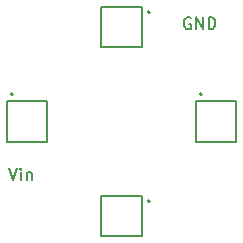
<source format=gbr>
%TF.GenerationSoftware,KiCad,Pcbnew,7.0.7*%
%TF.CreationDate,2024-01-24T13:08:39-05:00*%
%TF.ProjectId,LED_board,4c45445f-626f-4617-9264-2e6b69636164,rev?*%
%TF.SameCoordinates,Original*%
%TF.FileFunction,Legend,Top*%
%TF.FilePolarity,Positive*%
%FSLAX46Y46*%
G04 Gerber Fmt 4.6, Leading zero omitted, Abs format (unit mm)*
G04 Created by KiCad (PCBNEW 7.0.7) date 2024-01-24 13:08:39*
%MOMM*%
%LPD*%
G01*
G04 APERTURE LIST*
%ADD10C,0.150000*%
%ADD11C,0.127000*%
%ADD12C,0.200000*%
G04 APERTURE END LIST*
D10*
X105860588Y-91217438D02*
X105765350Y-91169819D01*
X105765350Y-91169819D02*
X105622493Y-91169819D01*
X105622493Y-91169819D02*
X105479636Y-91217438D01*
X105479636Y-91217438D02*
X105384398Y-91312676D01*
X105384398Y-91312676D02*
X105336779Y-91407914D01*
X105336779Y-91407914D02*
X105289160Y-91598390D01*
X105289160Y-91598390D02*
X105289160Y-91741247D01*
X105289160Y-91741247D02*
X105336779Y-91931723D01*
X105336779Y-91931723D02*
X105384398Y-92026961D01*
X105384398Y-92026961D02*
X105479636Y-92122200D01*
X105479636Y-92122200D02*
X105622493Y-92169819D01*
X105622493Y-92169819D02*
X105717731Y-92169819D01*
X105717731Y-92169819D02*
X105860588Y-92122200D01*
X105860588Y-92122200D02*
X105908207Y-92074580D01*
X105908207Y-92074580D02*
X105908207Y-91741247D01*
X105908207Y-91741247D02*
X105717731Y-91741247D01*
X106336779Y-92169819D02*
X106336779Y-91169819D01*
X106336779Y-91169819D02*
X106908207Y-92169819D01*
X106908207Y-92169819D02*
X106908207Y-91169819D01*
X107384398Y-92169819D02*
X107384398Y-91169819D01*
X107384398Y-91169819D02*
X107622493Y-91169819D01*
X107622493Y-91169819D02*
X107765350Y-91217438D01*
X107765350Y-91217438D02*
X107860588Y-91312676D01*
X107860588Y-91312676D02*
X107908207Y-91407914D01*
X107908207Y-91407914D02*
X107955826Y-91598390D01*
X107955826Y-91598390D02*
X107955826Y-91741247D01*
X107955826Y-91741247D02*
X107908207Y-91931723D01*
X107908207Y-91931723D02*
X107860588Y-92026961D01*
X107860588Y-92026961D02*
X107765350Y-92122200D01*
X107765350Y-92122200D02*
X107622493Y-92169819D01*
X107622493Y-92169819D02*
X107384398Y-92169819D01*
X90493922Y-103969819D02*
X90827255Y-104969819D01*
X90827255Y-104969819D02*
X91160588Y-103969819D01*
X91493922Y-104969819D02*
X91493922Y-104303152D01*
X91493922Y-103969819D02*
X91446303Y-104017438D01*
X91446303Y-104017438D02*
X91493922Y-104065057D01*
X91493922Y-104065057D02*
X91541541Y-104017438D01*
X91541541Y-104017438D02*
X91493922Y-103969819D01*
X91493922Y-103969819D02*
X91493922Y-104065057D01*
X91970112Y-104303152D02*
X91970112Y-104969819D01*
X91970112Y-104398390D02*
X92017731Y-104350771D01*
X92017731Y-104350771D02*
X92112969Y-104303152D01*
X92112969Y-104303152D02*
X92255826Y-104303152D01*
X92255826Y-104303152D02*
X92351064Y-104350771D01*
X92351064Y-104350771D02*
X92398683Y-104446009D01*
X92398683Y-104446009D02*
X92398683Y-104969819D01*
D11*
%TO.C,D2*%
X101725000Y-93725000D02*
X98275000Y-93725000D01*
X101725000Y-90275000D02*
X101725000Y-93725000D01*
X98275000Y-93725000D02*
X98275000Y-90275000D01*
X98275000Y-90275000D02*
X101725000Y-90275000D01*
D12*
X102415000Y-90730000D02*
G75*
G03*
X102415000Y-90730000I-100000J0D01*
G01*
D11*
%TO.C,D4*%
X109725000Y-98275000D02*
X109725000Y-101725000D01*
X106275000Y-98275000D02*
X109725000Y-98275000D01*
X109725000Y-101725000D02*
X106275000Y-101725000D01*
X106275000Y-101725000D02*
X106275000Y-98275000D01*
D12*
X106830000Y-97685000D02*
G75*
G03*
X106830000Y-97685000I-100000J0D01*
G01*
D11*
%TO.C,D1*%
X93725000Y-98275000D02*
X93725000Y-101725000D01*
X90275000Y-98275000D02*
X93725000Y-98275000D01*
X93725000Y-101725000D02*
X90275000Y-101725000D01*
X90275000Y-101725000D02*
X90275000Y-98275000D01*
D12*
X90830000Y-97685000D02*
G75*
G03*
X90830000Y-97685000I-100000J0D01*
G01*
D11*
%TO.C,D3*%
X101725000Y-109725000D02*
X98275000Y-109725000D01*
X101725000Y-106275000D02*
X101725000Y-109725000D01*
X98275000Y-109725000D02*
X98275000Y-106275000D01*
X98275000Y-106275000D02*
X101725000Y-106275000D01*
D12*
X102415000Y-106730000D02*
G75*
G03*
X102415000Y-106730000I-100000J0D01*
G01*
%TD*%
M02*

</source>
